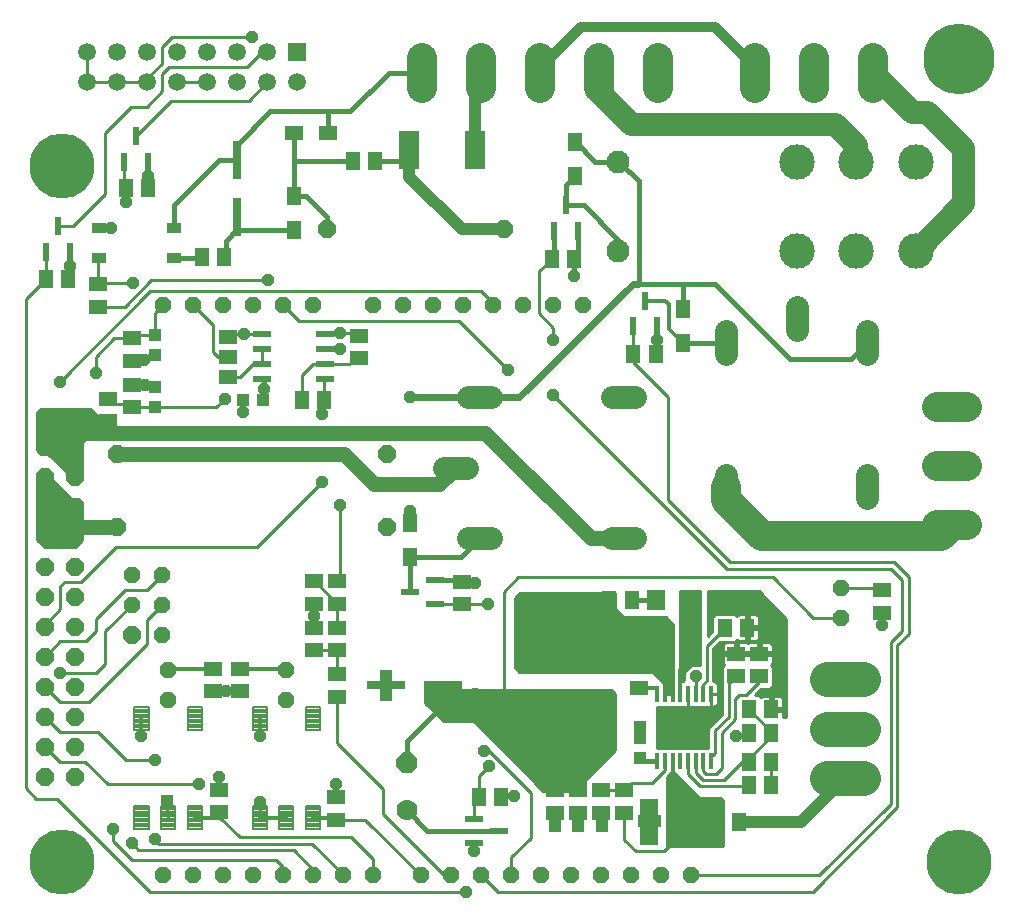
<source format=gtl>
G75*
G70*
%OFA0B0*%
%FSLAX24Y24*%
%IPPOS*%
%LPD*%
%AMOC8*
5,1,8,0,0,1.08239X$1,22.5*
%
%ADD10OC8,0.0594*%
%ADD11R,0.1280X0.0300*%
%ADD12R,0.0591X0.0512*%
%ADD13R,0.0512X0.0591*%
%ADD14R,0.0394X0.0433*%
%ADD15R,0.0551X0.0551*%
%ADD16R,0.0630X0.0709*%
%ADD17R,0.0630X0.0710*%
%ADD18R,0.0140X0.0560*%
%ADD19OC8,0.0554*%
%ADD20OC8,0.0600*%
%ADD21C,0.0780*%
%ADD22R,0.0610X0.0236*%
%ADD23R,0.0600X0.0220*%
%ADD24C,0.0700*%
%ADD25OC8,0.0700*%
%ADD26C,0.1181*%
%ADD27C,0.1000*%
%ADD28R,0.0433X0.0394*%
%ADD29C,0.0083*%
%ADD30R,0.0472X0.0591*%
%ADD31R,0.0220X0.0600*%
%ADD32R,0.2165X0.1969*%
%ADD33OC8,0.0520*%
%ADD34C,0.1181*%
%ADD35C,0.0768*%
%ADD36R,0.0594X0.0594*%
%ADD37C,0.0594*%
%ADD38R,0.0500X0.0350*%
%ADD39R,0.0591X0.0472*%
%ADD40R,0.0709X0.1260*%
%ADD41R,0.0300X0.1280*%
%ADD42R,0.0396X0.0396*%
%ADD43C,0.0120*%
%ADD44C,0.0100*%
%ADD45OC8,0.0396*%
%ADD46C,0.0160*%
%ADD47C,0.0240*%
%ADD48C,0.0500*%
%ADD49C,0.2165*%
%ADD50C,0.0400*%
%ADD51C,0.0140*%
%ADD52C,0.2362*%
%ADD53C,0.0760*%
%ADD54C,0.0320*%
D10*
X006481Y007307D03*
X007481Y007307D03*
X007481Y008307D03*
X006481Y008307D03*
X006481Y009307D03*
X007481Y009307D03*
X007481Y010307D03*
X006481Y010307D03*
X006481Y011307D03*
X007481Y011307D03*
X007481Y012307D03*
X006481Y012307D03*
X006481Y013307D03*
X007481Y013307D03*
X007481Y014307D03*
X006481Y014307D03*
X006481Y015307D03*
X007481Y015307D03*
X007481Y016307D03*
X006481Y016307D03*
X006481Y017307D03*
X007481Y017307D03*
X007481Y018307D03*
X006481Y018307D03*
X006481Y019307D03*
X007481Y019307D03*
D11*
X017856Y010357D03*
X019756Y010357D03*
D12*
X020381Y013058D03*
X020381Y013806D03*
X016231Y013831D03*
X015456Y013831D03*
X015456Y013083D03*
X016231Y013083D03*
X016231Y012281D03*
X016231Y011533D03*
X015456Y011533D03*
X015456Y012281D03*
X016231Y010731D03*
X016231Y009983D03*
X013004Y010168D03*
X013004Y010916D03*
X012088Y010916D03*
X012088Y010168D03*
X012306Y006881D03*
X012306Y006133D03*
X016206Y005883D03*
X016206Y006631D03*
X023481Y006856D03*
X024256Y006856D03*
X024256Y006108D03*
X023481Y006108D03*
X025031Y006108D03*
X025031Y006856D03*
X025806Y006856D03*
X025806Y006108D03*
X026281Y010283D03*
X026281Y011031D03*
X029531Y010658D03*
X029531Y011406D03*
X030306Y011406D03*
X030306Y010658D03*
X034381Y012783D03*
X034381Y013531D03*
X016956Y021258D03*
X016956Y022006D03*
X012606Y021977D03*
X012606Y021307D03*
X012606Y020638D03*
X009381Y020381D03*
X009381Y019633D03*
X008581Y019906D03*
X008581Y019158D03*
X009381Y021183D03*
X009381Y021931D03*
X008256Y022983D03*
X008256Y023731D03*
D13*
X007280Y023907D03*
X006532Y023907D03*
X009182Y026932D03*
X009930Y026932D03*
X011732Y024632D03*
X012480Y024632D03*
X016757Y027832D03*
X017505Y027832D03*
X023382Y024582D03*
X024130Y024582D03*
X026107Y021407D03*
X026855Y021407D03*
X026055Y013207D03*
X025307Y013207D03*
X029157Y012282D03*
X029905Y012282D03*
X029957Y009557D03*
X030705Y009557D03*
X030705Y008782D03*
X029957Y008782D03*
X029957Y007807D03*
X030705Y007807D03*
X030705Y007032D03*
X029957Y007032D03*
X029630Y005807D03*
X028882Y005807D03*
X021705Y006632D03*
X020957Y006632D03*
X015805Y019857D03*
X015057Y019857D03*
D14*
X010156Y019623D03*
X010156Y020292D03*
X010156Y021373D03*
X010156Y022042D03*
X026331Y008592D03*
X026331Y007923D03*
D15*
X026458Y011907D03*
X027954Y011907D03*
D16*
X027732Y006232D03*
X027732Y005357D03*
X026629Y005357D03*
X026629Y006232D03*
D17*
X026871Y013207D03*
X027990Y013207D03*
D18*
X027936Y010077D03*
X028186Y010077D03*
X028446Y010077D03*
X028706Y010077D03*
X027676Y010077D03*
X027426Y010077D03*
X027166Y010077D03*
X026906Y010077D03*
X026906Y007837D03*
X027166Y007837D03*
X027426Y007837D03*
X027676Y007837D03*
X027936Y007837D03*
X028186Y007837D03*
X028446Y007837D03*
X028706Y007837D03*
D19*
X028031Y004032D03*
X027031Y004032D03*
X026031Y004032D03*
X025031Y004032D03*
X024031Y004032D03*
X023031Y004032D03*
X022031Y004032D03*
X021031Y004032D03*
X020031Y004032D03*
X019031Y004032D03*
X017431Y004032D03*
X016431Y004032D03*
X015431Y004032D03*
X014431Y004032D03*
X013431Y004032D03*
X012431Y004032D03*
X011431Y004032D03*
X010431Y004032D03*
X010381Y012032D03*
X010381Y013032D03*
X009381Y013032D03*
X009381Y014032D03*
X010381Y014032D03*
X010431Y023032D03*
X011431Y023032D03*
X012431Y023032D03*
X013431Y023032D03*
X014431Y023032D03*
X015431Y023032D03*
X017431Y023032D03*
X018431Y023032D03*
X019431Y023032D03*
X020431Y023032D03*
X021431Y023032D03*
X022431Y023032D03*
X023431Y023032D03*
X024431Y023032D03*
D20*
X021781Y025557D03*
X015881Y025557D03*
X017906Y018057D03*
X017906Y015632D03*
X009381Y012032D03*
X008906Y015632D03*
X008906Y018057D03*
D21*
X019791Y017607D02*
X020571Y017607D01*
X020591Y015257D02*
X021371Y015257D01*
X025391Y015257D02*
X026171Y015257D01*
X029206Y016592D02*
X029206Y017372D01*
X026171Y019957D02*
X025391Y019957D01*
X021371Y019957D02*
X020591Y019957D01*
X029206Y021392D02*
X029206Y022172D01*
X031556Y022192D02*
X031556Y022972D01*
X033906Y022172D02*
X033906Y021392D01*
X033906Y017372D02*
X033906Y016592D01*
D22*
X015844Y020584D03*
X015844Y021084D03*
X015844Y021584D03*
X015844Y022084D03*
X013718Y022084D03*
X013718Y021584D03*
X013718Y021084D03*
X013718Y020584D03*
D23*
X019506Y013857D03*
X018656Y013457D03*
X019506Y013057D03*
X020781Y005907D03*
X020781Y005107D03*
X021631Y005507D03*
D24*
X018556Y006195D03*
D25*
X018556Y007770D03*
D26*
X032577Y007262D02*
X033759Y007262D01*
X033759Y008916D02*
X032577Y008916D01*
X032577Y010569D02*
X033759Y010569D01*
D27*
X036356Y015332D02*
X030406Y015332D01*
X029206Y016532D01*
X029206Y016982D01*
X036231Y017676D02*
X037231Y017676D01*
X037231Y019644D02*
X036231Y019644D01*
X036231Y015707D02*
X037231Y015707D01*
X036731Y015707D02*
X036356Y015332D01*
X034106Y030282D02*
X034106Y031282D01*
X032137Y031282D02*
X032137Y030282D01*
X030169Y030282D02*
X030169Y031282D01*
X026931Y031282D02*
X026931Y030282D01*
X024962Y030282D02*
X024962Y031282D01*
X022994Y031282D02*
X022994Y030282D01*
X021025Y030282D02*
X021025Y031282D01*
X019057Y031282D02*
X019057Y030282D01*
D28*
X013765Y019857D03*
X013096Y019857D03*
D29*
X013884Y009631D02*
X013884Y008887D01*
X013416Y008887D01*
X013416Y009631D01*
X013884Y009631D01*
X013884Y008969D02*
X013416Y008969D01*
X013416Y009051D02*
X013884Y009051D01*
X013884Y009133D02*
X013416Y009133D01*
X013416Y009215D02*
X013884Y009215D01*
X013884Y009297D02*
X013416Y009297D01*
X013416Y009379D02*
X013884Y009379D01*
X013884Y009461D02*
X013416Y009461D01*
X013416Y009543D02*
X013884Y009543D01*
X013884Y009625D02*
X013416Y009625D01*
X015656Y009631D02*
X015656Y008887D01*
X015188Y008887D01*
X015188Y009631D01*
X015656Y009631D01*
X015656Y008969D02*
X015188Y008969D01*
X015188Y009051D02*
X015656Y009051D01*
X015656Y009133D02*
X015188Y009133D01*
X015188Y009215D02*
X015656Y009215D01*
X015656Y009297D02*
X015188Y009297D01*
X015188Y009379D02*
X015656Y009379D01*
X015656Y009461D02*
X015188Y009461D01*
X015188Y009543D02*
X015656Y009543D01*
X015656Y009625D02*
X015188Y009625D01*
X011719Y009631D02*
X011719Y008887D01*
X011251Y008887D01*
X011251Y009631D01*
X011719Y009631D01*
X011719Y008969D02*
X011251Y008969D01*
X011251Y009051D02*
X011719Y009051D01*
X011719Y009133D02*
X011251Y009133D01*
X011251Y009215D02*
X011719Y009215D01*
X011719Y009297D02*
X011251Y009297D01*
X011251Y009379D02*
X011719Y009379D01*
X011719Y009461D02*
X011251Y009461D01*
X011251Y009543D02*
X011719Y009543D01*
X011719Y009625D02*
X011251Y009625D01*
X009947Y009631D02*
X009947Y008887D01*
X009479Y008887D01*
X009479Y009631D01*
X009947Y009631D01*
X009947Y008969D02*
X009479Y008969D01*
X009479Y009051D02*
X009947Y009051D01*
X009947Y009133D02*
X009479Y009133D01*
X009479Y009215D02*
X009947Y009215D01*
X009947Y009297D02*
X009479Y009297D01*
X009479Y009379D02*
X009947Y009379D01*
X009947Y009461D02*
X009479Y009461D01*
X009479Y009543D02*
X009947Y009543D01*
X009947Y009625D02*
X009479Y009625D01*
X009947Y006324D02*
X009947Y005580D01*
X009479Y005580D01*
X009479Y006324D01*
X009947Y006324D01*
X009947Y005662D02*
X009479Y005662D01*
X009479Y005744D02*
X009947Y005744D01*
X009947Y005826D02*
X009479Y005826D01*
X009479Y005908D02*
X009947Y005908D01*
X009947Y005990D02*
X009479Y005990D01*
X009479Y006072D02*
X009947Y006072D01*
X009947Y006154D02*
X009479Y006154D01*
X009479Y006236D02*
X009947Y006236D01*
X009947Y006318D02*
X009479Y006318D01*
X010833Y006324D02*
X010833Y005580D01*
X010365Y005580D01*
X010365Y006324D01*
X010833Y006324D01*
X010833Y005662D02*
X010365Y005662D01*
X010365Y005744D02*
X010833Y005744D01*
X010833Y005826D02*
X010365Y005826D01*
X010365Y005908D02*
X010833Y005908D01*
X010833Y005990D02*
X010365Y005990D01*
X010365Y006072D02*
X010833Y006072D01*
X010833Y006154D02*
X010365Y006154D01*
X010365Y006236D02*
X010833Y006236D01*
X010833Y006318D02*
X010365Y006318D01*
X011719Y006324D02*
X011719Y005580D01*
X011251Y005580D01*
X011251Y006324D01*
X011719Y006324D01*
X011719Y005662D02*
X011251Y005662D01*
X011251Y005744D02*
X011719Y005744D01*
X011719Y005826D02*
X011251Y005826D01*
X011251Y005908D02*
X011719Y005908D01*
X011719Y005990D02*
X011251Y005990D01*
X011251Y006072D02*
X011719Y006072D01*
X011719Y006154D02*
X011251Y006154D01*
X011251Y006236D02*
X011719Y006236D01*
X011719Y006318D02*
X011251Y006318D01*
X013884Y006324D02*
X013884Y005580D01*
X013416Y005580D01*
X013416Y006324D01*
X013884Y006324D01*
X013884Y005662D02*
X013416Y005662D01*
X013416Y005744D02*
X013884Y005744D01*
X013884Y005826D02*
X013416Y005826D01*
X013416Y005908D02*
X013884Y005908D01*
X013884Y005990D02*
X013416Y005990D01*
X013416Y006072D02*
X013884Y006072D01*
X013884Y006154D02*
X013416Y006154D01*
X013416Y006236D02*
X013884Y006236D01*
X013884Y006318D02*
X013416Y006318D01*
X014770Y006324D02*
X014770Y005580D01*
X014302Y005580D01*
X014302Y006324D01*
X014770Y006324D01*
X014770Y005662D02*
X014302Y005662D01*
X014302Y005744D02*
X014770Y005744D01*
X014770Y005826D02*
X014302Y005826D01*
X014302Y005908D02*
X014770Y005908D01*
X014770Y005990D02*
X014302Y005990D01*
X014302Y006072D02*
X014770Y006072D01*
X014770Y006154D02*
X014302Y006154D01*
X014302Y006236D02*
X014770Y006236D01*
X014770Y006318D02*
X014302Y006318D01*
X015656Y006324D02*
X015656Y005580D01*
X015188Y005580D01*
X015188Y006324D01*
X015656Y006324D01*
X015656Y005662D02*
X015188Y005662D01*
X015188Y005744D02*
X015656Y005744D01*
X015656Y005826D02*
X015188Y005826D01*
X015188Y005908D02*
X015656Y005908D01*
X015656Y005990D02*
X015188Y005990D01*
X015188Y006072D02*
X015656Y006072D01*
X015656Y006154D02*
X015188Y006154D01*
X015188Y006236D02*
X015656Y006236D01*
X015656Y006318D02*
X015188Y006318D01*
D30*
X018656Y014636D03*
X018656Y015778D03*
X027756Y021761D03*
X027756Y022903D03*
X024156Y027336D03*
X024156Y028478D03*
X014781Y026678D03*
X014781Y025536D03*
D31*
X009931Y027807D03*
X009131Y027807D03*
X009531Y028657D03*
X006931Y025657D03*
X007331Y024807D03*
X006531Y024807D03*
X023456Y025507D03*
X024256Y025507D03*
X023856Y026357D03*
X026506Y023182D03*
X026906Y022332D03*
X026106Y022332D03*
D32*
X023206Y012056D03*
X023206Y008709D03*
D33*
X014536Y009862D03*
X014536Y010862D03*
X010599Y010862D03*
X010599Y009862D03*
X033040Y012618D03*
X033040Y013618D03*
D34*
X033532Y024844D03*
X035516Y024844D03*
X035516Y027820D03*
X033532Y027820D03*
X031548Y027820D03*
X031548Y024844D03*
D35*
X025595Y024844D03*
X025595Y027820D03*
D36*
X014906Y031457D03*
D37*
X013906Y031457D03*
X013906Y030457D03*
X014906Y030457D03*
X012906Y030457D03*
X011906Y030457D03*
X010906Y030457D03*
X010906Y031457D03*
X011906Y031457D03*
X012906Y031457D03*
X009906Y031457D03*
X008906Y031457D03*
X008906Y030457D03*
X009906Y030457D03*
X007906Y030457D03*
X007906Y031457D03*
D38*
X008281Y025607D03*
X008281Y024607D03*
X010781Y024607D03*
X010781Y025607D03*
D39*
X014785Y028757D03*
X015926Y028757D03*
D40*
X018628Y028207D03*
X020833Y028207D03*
D41*
X012881Y027882D03*
X012881Y025982D03*
D42*
X017856Y010682D03*
X017856Y010032D03*
X023491Y005682D03*
X024266Y005682D03*
X025056Y005682D03*
X026471Y005832D03*
X026846Y005832D03*
X027456Y008457D03*
X027931Y008457D03*
X028406Y008457D03*
X028406Y008957D03*
X027931Y008957D03*
X027456Y008957D03*
X027456Y009457D03*
X027931Y009457D03*
X028406Y009457D03*
X026331Y008982D03*
X010556Y006507D03*
D43*
X011485Y005952D02*
X012236Y005952D01*
X012306Y006133D01*
X012306Y006881D02*
X012306Y007307D01*
X013650Y005952D02*
X014536Y005952D01*
X015422Y005952D02*
X016136Y005952D01*
X016206Y005883D01*
X016206Y006631D02*
X016206Y007057D01*
X013656Y008682D02*
X013656Y009254D01*
X013650Y009259D01*
X013004Y010168D02*
X012990Y010182D01*
X012531Y010182D01*
X012102Y010182D01*
X012088Y010168D01*
X012088Y010916D02*
X010653Y010916D01*
X010599Y010862D01*
X009713Y009259D02*
X009706Y009252D01*
X009706Y008682D01*
X013004Y010916D02*
X014481Y010916D01*
X014536Y010862D01*
X026331Y008982D02*
X026331Y008592D01*
X029531Y010582D02*
X029755Y010582D01*
X029531Y010658D01*
X027756Y021761D02*
X027281Y022236D01*
X027281Y023057D01*
X027156Y023182D01*
X026506Y023182D01*
D44*
X026906Y022332D02*
X026906Y021882D01*
X026906Y021458D01*
X026855Y021407D01*
X026107Y021407D02*
X026107Y021131D01*
X027256Y019982D01*
X027256Y016532D01*
X029331Y014457D01*
X034806Y014457D01*
X035281Y013982D01*
X035281Y012082D01*
X034906Y011707D01*
X034906Y006307D01*
X032081Y003482D01*
X021581Y003482D01*
X021031Y004032D01*
X020531Y003482D02*
X010006Y003482D01*
X006906Y006582D01*
X006206Y006582D01*
X005856Y006932D01*
X005856Y023231D01*
X006532Y023907D01*
X006531Y023908D01*
X006531Y024807D01*
X007331Y024782D02*
X007331Y024807D01*
X007331Y024782D02*
X007356Y024807D01*
X007331Y024782D02*
X007331Y024332D01*
X007331Y023958D01*
X007280Y023907D01*
X008256Y023731D02*
X008256Y024582D01*
X008281Y024607D01*
X008282Y023757D02*
X008256Y023731D01*
X008282Y023757D02*
X009431Y023757D01*
X010031Y023857D02*
X013931Y023857D01*
X014431Y023032D02*
X014956Y022507D01*
X020306Y022507D01*
X021931Y020882D01*
X023431Y020032D02*
X029231Y014232D01*
X034706Y014232D01*
X035056Y013882D01*
X035056Y012182D01*
X034681Y011807D01*
X034681Y006407D01*
X032306Y004032D01*
X028031Y004032D01*
X027131Y004832D02*
X027656Y005357D01*
X027732Y005357D01*
X027231Y005349D02*
X029106Y005349D01*
X029106Y005447D02*
X027231Y005447D01*
X027231Y005546D02*
X029106Y005546D01*
X029106Y005644D02*
X027231Y005644D01*
X027231Y005743D02*
X029106Y005743D01*
X029106Y005841D02*
X027231Y005841D01*
X027231Y005940D02*
X029106Y005940D01*
X029106Y006038D02*
X027231Y006038D01*
X027231Y006137D02*
X029106Y006137D01*
X029106Y006235D02*
X027231Y006235D01*
X027231Y006334D02*
X029106Y006334D01*
X029106Y006432D02*
X027231Y006432D01*
X027231Y006531D02*
X029082Y006531D01*
X029106Y006507D02*
X029106Y005007D01*
X027231Y005007D01*
X027231Y007296D01*
X027367Y007432D01*
X027381Y007432D01*
X027381Y007446D01*
X027386Y007451D01*
X027386Y007467D01*
X027406Y007487D01*
X027406Y007832D01*
X027436Y007832D01*
X027436Y007487D01*
X027456Y007467D01*
X027456Y007432D01*
X028281Y006607D01*
X029006Y006607D01*
X029106Y006507D01*
X029131Y007207D02*
X028431Y007207D01*
X028186Y007452D01*
X028186Y007837D01*
X027936Y007837D02*
X027936Y007402D01*
X028331Y007007D01*
X029931Y007007D01*
X029956Y007032D01*
X030705Y007032D02*
X030705Y007807D01*
X029957Y007807D02*
X029957Y007908D01*
X030606Y008557D01*
X030606Y008731D01*
X030705Y008782D01*
X030705Y008808D01*
X029957Y009556D01*
X029957Y009557D01*
X029856Y010032D02*
X029631Y010032D01*
X029506Y009907D01*
X029506Y009232D01*
X029056Y008782D01*
X029056Y007607D01*
X028856Y007407D01*
X028531Y007407D01*
X028446Y007492D01*
X028446Y007837D01*
X028706Y007837D02*
X028706Y008032D01*
X028756Y008032D01*
X028831Y008107D01*
X028831Y008857D01*
X029281Y009307D01*
X029281Y010433D01*
X029531Y010658D01*
X029065Y010668D02*
X028776Y010668D01*
X028776Y010766D02*
X029065Y010766D01*
X029065Y010865D02*
X028776Y010865D01*
X028776Y010963D02*
X029065Y010963D01*
X029065Y010985D02*
X029065Y010529D01*
X029061Y010524D01*
X029061Y010439D01*
X029056Y010354D01*
X029061Y010349D01*
X029061Y009398D01*
X028611Y008948D01*
X028611Y008287D01*
X026881Y008287D01*
X026881Y009627D01*
X027816Y009627D01*
X027838Y009649D01*
X027846Y009647D01*
X027936Y009647D01*
X028025Y009647D01*
X028045Y009627D01*
X028586Y009627D01*
X028608Y009649D01*
X028616Y009647D01*
X028706Y009647D01*
X028795Y009647D01*
X028833Y009658D01*
X028868Y009677D01*
X028896Y009705D01*
X028915Y009739D01*
X028926Y009778D01*
X028926Y010077D01*
X029061Y010077D01*
X029061Y010175D02*
X028926Y010175D01*
X028926Y010077D02*
X028926Y010377D01*
X028915Y010415D01*
X028896Y010449D01*
X028868Y010477D01*
X028833Y010497D01*
X028795Y010507D01*
X028776Y010507D01*
X028776Y011590D01*
X029002Y011817D01*
X029483Y011817D01*
X029545Y011879D01*
X029557Y011867D01*
X029591Y011847D01*
X029629Y011837D01*
X029855Y011837D01*
X029855Y012232D01*
X029955Y012232D01*
X029955Y012332D01*
X030310Y012332D01*
X030310Y012597D01*
X030300Y012635D01*
X030281Y012670D01*
X030253Y012698D01*
X030218Y012717D01*
X030180Y012728D01*
X029955Y012728D01*
X029955Y012332D01*
X029855Y012332D01*
X029855Y012728D01*
X029629Y012728D01*
X029591Y012717D01*
X029557Y012698D01*
X029545Y012686D01*
X029483Y012748D01*
X028830Y012748D01*
X028731Y012648D01*
X028731Y012168D01*
X028581Y012017D01*
X028581Y013507D01*
X030281Y013507D01*
X031206Y012582D01*
X031206Y009307D01*
X031110Y009307D01*
X031110Y009507D01*
X030755Y009507D01*
X030755Y009607D01*
X031110Y009607D01*
X031110Y009872D01*
X031100Y009910D01*
X031081Y009945D01*
X031053Y009973D01*
X031018Y009992D01*
X030980Y010003D01*
X030755Y010003D01*
X030755Y009607D01*
X030655Y009607D01*
X030655Y010003D01*
X030429Y010003D01*
X030391Y009992D01*
X030357Y009973D01*
X030345Y009961D01*
X030283Y010023D01*
X030157Y010023D01*
X030367Y010232D01*
X030671Y010232D01*
X030771Y010332D01*
X030771Y010985D01*
X030709Y011046D01*
X030721Y011058D01*
X030741Y011092D01*
X030751Y011131D01*
X030751Y011356D01*
X030356Y011356D01*
X030356Y011456D01*
X031206Y011456D01*
X031206Y011554D02*
X030751Y011554D01*
X030751Y011456D02*
X030751Y011682D01*
X030741Y011720D01*
X030721Y011754D01*
X030693Y011782D01*
X030659Y011802D01*
X030621Y011812D01*
X030356Y011812D01*
X030356Y011456D01*
X030751Y011456D01*
X030751Y011653D02*
X031206Y011653D01*
X031206Y011751D02*
X030723Y011751D01*
X030356Y011751D02*
X030256Y011751D01*
X030256Y011812D02*
X030256Y011456D01*
X029581Y011456D01*
X030256Y011456D01*
X030356Y011456D01*
X030356Y011554D02*
X030256Y011554D01*
X030256Y011456D02*
X030256Y011356D01*
X029860Y011356D01*
X029581Y011356D01*
X029581Y011456D01*
X029481Y011456D01*
X028776Y011456D01*
X028776Y011554D02*
X029085Y011554D01*
X029085Y011456D02*
X029085Y011682D01*
X029096Y011720D01*
X029115Y011754D01*
X029143Y011782D01*
X029177Y011802D01*
X029216Y011812D01*
X029481Y011812D01*
X029481Y011456D01*
X029481Y011356D01*
X029085Y011356D01*
X029085Y011131D01*
X029096Y011092D01*
X029115Y011058D01*
X029127Y011046D01*
X029065Y010985D01*
X029113Y011062D02*
X028776Y011062D01*
X028776Y011160D02*
X029085Y011160D01*
X029085Y011259D02*
X028776Y011259D01*
X028776Y011357D02*
X029481Y011357D01*
X029481Y011456D02*
X029085Y011456D01*
X029085Y011653D02*
X028838Y011653D01*
X028937Y011751D02*
X029114Y011751D01*
X029481Y011751D02*
X029581Y011751D01*
X029581Y011812D02*
X029581Y011456D01*
X029581Y011554D02*
X029481Y011554D01*
X029481Y011653D02*
X029581Y011653D01*
X029581Y011812D02*
X029846Y011812D01*
X029884Y011802D01*
X029918Y011782D01*
X029918Y011782D01*
X029918Y011782D01*
X029952Y011802D01*
X029991Y011812D01*
X030256Y011812D01*
X030223Y011850D02*
X031206Y011850D01*
X031206Y011948D02*
X030305Y011948D01*
X030300Y011929D02*
X030310Y011967D01*
X030310Y012232D01*
X029955Y012232D01*
X029955Y011837D01*
X030180Y011837D01*
X030218Y011847D01*
X030253Y011867D01*
X030281Y011895D01*
X030300Y011929D01*
X030310Y012047D02*
X031206Y012047D01*
X031206Y012145D02*
X030310Y012145D01*
X030310Y012342D02*
X031206Y012342D01*
X031206Y012244D02*
X029955Y012244D01*
X029955Y012342D02*
X029855Y012342D01*
X029855Y012441D02*
X029955Y012441D01*
X029955Y012539D02*
X029855Y012539D01*
X029855Y012638D02*
X029955Y012638D01*
X030299Y012638D02*
X031150Y012638D01*
X031206Y012539D02*
X030310Y012539D01*
X030310Y012441D02*
X031206Y012441D01*
X031052Y012736D02*
X029494Y012736D01*
X029157Y012282D02*
X028556Y011681D01*
X028556Y010507D01*
X028446Y010397D01*
X028446Y010077D01*
X028706Y010077D02*
X028706Y010077D01*
X028706Y010077D01*
X028926Y010077D01*
X028706Y010077D01*
X028706Y009647D01*
X028706Y010077D01*
X028706Y010077D01*
X028711Y010077D01*
X028706Y009978D02*
X028706Y009978D01*
X028706Y009880D02*
X028706Y009880D01*
X028706Y009781D02*
X028706Y009781D01*
X028706Y009683D02*
X028706Y009683D01*
X028873Y009683D02*
X029061Y009683D01*
X029061Y009781D02*
X028926Y009781D01*
X028926Y009880D02*
X029061Y009880D01*
X029061Y009978D02*
X028926Y009978D01*
X028926Y010274D02*
X029061Y010274D01*
X029057Y010372D02*
X028926Y010372D01*
X028874Y010471D02*
X029061Y010471D01*
X029065Y010569D02*
X028776Y010569D01*
X028186Y010652D02*
X028181Y010657D01*
X028186Y010652D02*
X028186Y010077D01*
X027936Y009807D02*
X027936Y009647D01*
X027936Y009807D01*
X027936Y009807D01*
X027936Y009781D02*
X027936Y009781D01*
X027936Y009683D02*
X027936Y009683D01*
X027431Y010057D02*
X027146Y010057D01*
X027146Y010428D01*
X027046Y010527D01*
X027036Y010527D01*
X026756Y010807D01*
X022306Y010807D01*
X022156Y010957D01*
X022156Y013257D01*
X022331Y013432D01*
X025506Y013432D01*
X025506Y012907D01*
X025781Y012632D01*
X027181Y012632D01*
X027431Y012382D01*
X027431Y010057D01*
X027431Y010077D02*
X027146Y010077D01*
X027146Y010175D02*
X027431Y010175D01*
X027426Y010077D02*
X027426Y011137D01*
X027431Y011160D02*
X022156Y011160D01*
X022156Y011062D02*
X027431Y011062D01*
X027431Y010963D02*
X022156Y010963D01*
X022248Y010865D02*
X027431Y010865D01*
X027431Y010766D02*
X026797Y010766D01*
X026895Y010668D02*
X027431Y010668D01*
X027431Y010569D02*
X026994Y010569D01*
X027102Y010471D02*
X027431Y010471D01*
X027431Y010372D02*
X027146Y010372D01*
X027146Y010274D02*
X027431Y010274D01*
X027656Y010507D02*
X027656Y013507D01*
X028331Y013507D01*
X028331Y011025D01*
X028028Y011025D01*
X027812Y010810D01*
X027812Y010527D01*
X027795Y010527D01*
X027775Y010507D01*
X027656Y010507D01*
X027656Y010569D02*
X027812Y010569D01*
X027812Y010668D02*
X027656Y010668D01*
X027656Y010766D02*
X027812Y010766D01*
X027868Y010865D02*
X027656Y010865D01*
X027656Y010963D02*
X027966Y010963D01*
X027656Y011062D02*
X028331Y011062D01*
X028331Y011160D02*
X027656Y011160D01*
X027656Y011259D02*
X028331Y011259D01*
X028331Y011357D02*
X027656Y011357D01*
X027656Y011456D02*
X028331Y011456D01*
X028331Y011554D02*
X027656Y011554D01*
X027656Y011653D02*
X028331Y011653D01*
X028331Y011751D02*
X027656Y011751D01*
X027656Y011850D02*
X028331Y011850D01*
X028331Y011948D02*
X027656Y011948D01*
X027656Y012047D02*
X028331Y012047D01*
X028331Y012145D02*
X027656Y012145D01*
X027656Y012244D02*
X028331Y012244D01*
X028331Y012342D02*
X027656Y012342D01*
X027656Y012441D02*
X028331Y012441D01*
X028331Y012539D02*
X027656Y012539D01*
X027656Y012638D02*
X028331Y012638D01*
X028331Y012736D02*
X027656Y012736D01*
X027656Y012835D02*
X028331Y012835D01*
X028331Y012933D02*
X027656Y012933D01*
X027656Y013032D02*
X028331Y013032D01*
X028331Y013130D02*
X027656Y013130D01*
X027656Y013229D02*
X028331Y013229D01*
X028331Y013327D02*
X027656Y013327D01*
X027656Y013426D02*
X028331Y013426D01*
X028581Y013426D02*
X030362Y013426D01*
X030461Y013327D02*
X028581Y013327D01*
X028581Y013229D02*
X030559Y013229D01*
X030658Y013130D02*
X028581Y013130D01*
X028581Y013032D02*
X030756Y013032D01*
X030855Y012933D02*
X028581Y012933D01*
X028581Y012835D02*
X030953Y012835D01*
X030756Y013957D02*
X032095Y012618D01*
X033040Y012618D01*
X033040Y013618D02*
X034294Y013618D01*
X034381Y013531D01*
X034381Y012782D02*
X034381Y012382D01*
X031206Y011357D02*
X030356Y011357D01*
X030256Y011357D02*
X029581Y011357D01*
X029586Y011850D02*
X029516Y011850D01*
X029855Y011850D02*
X029955Y011850D01*
X029955Y011948D02*
X029855Y011948D01*
X029855Y012047D02*
X029955Y012047D01*
X029955Y012145D02*
X029855Y012145D01*
X030256Y011653D02*
X030356Y011653D01*
X030751Y011259D02*
X031206Y011259D01*
X031206Y011160D02*
X030751Y011160D01*
X030723Y011062D02*
X031206Y011062D01*
X031206Y010963D02*
X030771Y010963D01*
X030771Y010865D02*
X031206Y010865D01*
X031206Y010766D02*
X030771Y010766D01*
X030771Y010668D02*
X031206Y010668D01*
X031206Y010569D02*
X030771Y010569D01*
X030771Y010471D02*
X031206Y010471D01*
X031206Y010372D02*
X030771Y010372D01*
X030713Y010274D02*
X031206Y010274D01*
X031206Y010175D02*
X030310Y010175D01*
X030211Y010077D02*
X031206Y010077D01*
X031206Y009978D02*
X031043Y009978D01*
X031108Y009880D02*
X031206Y009880D01*
X031206Y009781D02*
X031110Y009781D01*
X031110Y009683D02*
X031206Y009683D01*
X031206Y009584D02*
X030755Y009584D01*
X030755Y009683D02*
X030655Y009683D01*
X030655Y009781D02*
X030755Y009781D01*
X030755Y009880D02*
X030655Y009880D01*
X030655Y009978D02*
X030755Y009978D01*
X030367Y009978D02*
X030327Y009978D01*
X029856Y010032D02*
X030306Y010482D01*
X030306Y010658D01*
X029061Y009584D02*
X026881Y009584D01*
X026881Y009486D02*
X029061Y009486D01*
X029049Y009387D02*
X026881Y009387D01*
X026881Y009289D02*
X028951Y009289D01*
X028852Y009190D02*
X026881Y009190D01*
X026881Y009092D02*
X028754Y009092D01*
X028655Y008993D02*
X026881Y008993D01*
X026881Y008895D02*
X028611Y008895D01*
X028611Y008796D02*
X026881Y008796D01*
X026881Y008698D02*
X028611Y008698D01*
X028611Y008599D02*
X026881Y008599D01*
X026881Y008501D02*
X028611Y008501D01*
X028611Y008402D02*
X026881Y008402D01*
X026881Y008304D02*
X028611Y008304D01*
X029531Y008682D02*
X029956Y008682D01*
X029956Y008782D01*
X030605Y008834D02*
X030705Y008782D01*
X031110Y009387D02*
X031206Y009387D01*
X031206Y009486D02*
X031110Y009486D01*
X029957Y007807D02*
X029731Y007807D01*
X029131Y007207D01*
X028259Y006629D02*
X027231Y006629D01*
X027231Y006728D02*
X028160Y006728D01*
X028062Y006826D02*
X027231Y006826D01*
X027231Y006925D02*
X027963Y006925D01*
X027865Y007023D02*
X027231Y007023D01*
X027231Y007122D02*
X027766Y007122D01*
X027668Y007220D02*
X027231Y007220D01*
X027253Y007319D02*
X027569Y007319D01*
X027471Y007417D02*
X027352Y007417D01*
X027406Y007516D02*
X027436Y007516D01*
X027436Y007614D02*
X027406Y007614D01*
X027406Y007713D02*
X027436Y007713D01*
X027436Y007811D02*
X027406Y007811D01*
X027166Y007837D02*
X027166Y007542D01*
X026731Y007107D01*
X026057Y007107D01*
X025806Y006856D01*
X025031Y006856D01*
X024481Y006832D02*
X024481Y007207D01*
X025481Y008207D01*
X025481Y010082D01*
X025356Y010207D01*
X019156Y010207D01*
X019156Y009782D01*
X019781Y009157D01*
X020781Y009157D01*
X023106Y006832D01*
X024481Y006832D01*
X024481Y006925D02*
X023013Y006925D01*
X022915Y007023D02*
X024481Y007023D01*
X024481Y007122D02*
X022816Y007122D01*
X022718Y007220D02*
X024494Y007220D01*
X024592Y007319D02*
X022619Y007319D01*
X022521Y007417D02*
X024691Y007417D01*
X024789Y007516D02*
X022422Y007516D01*
X022324Y007614D02*
X024888Y007614D01*
X024986Y007713D02*
X022225Y007713D01*
X022127Y007811D02*
X025085Y007811D01*
X025183Y007910D02*
X022028Y007910D01*
X021930Y008008D02*
X025282Y008008D01*
X025380Y008107D02*
X021831Y008107D01*
X021733Y008205D02*
X025479Y008205D01*
X025481Y008304D02*
X021634Y008304D01*
X021536Y008402D02*
X025481Y008402D01*
X025481Y008501D02*
X021437Y008501D01*
X021339Y008599D02*
X025481Y008599D01*
X025481Y008698D02*
X021240Y008698D01*
X021142Y008796D02*
X025481Y008796D01*
X025481Y008895D02*
X021043Y008895D01*
X020945Y008993D02*
X025481Y008993D01*
X025481Y009092D02*
X020846Y009092D01*
X021606Y009782D02*
X021781Y009957D01*
X021781Y013482D01*
X022256Y013957D01*
X030756Y013957D01*
X028819Y012736D02*
X028581Y012736D01*
X028581Y012638D02*
X028731Y012638D01*
X028731Y012539D02*
X028581Y012539D01*
X028581Y012441D02*
X028731Y012441D01*
X028731Y012342D02*
X028581Y012342D01*
X028581Y012244D02*
X028731Y012244D01*
X028708Y012145D02*
X028581Y012145D01*
X028581Y012047D02*
X028610Y012047D01*
X027431Y012047D02*
X022156Y012047D01*
X022156Y012145D02*
X027431Y012145D01*
X027431Y012244D02*
X022156Y012244D01*
X022156Y012342D02*
X027431Y012342D01*
X027372Y012441D02*
X022156Y012441D01*
X022156Y012539D02*
X027274Y012539D01*
X027431Y011948D02*
X022156Y011948D01*
X022156Y011850D02*
X027431Y011850D01*
X027431Y011751D02*
X022156Y011751D01*
X022156Y011653D02*
X027431Y011653D01*
X027431Y011554D02*
X022156Y011554D01*
X022156Y011456D02*
X027431Y011456D01*
X027431Y011357D02*
X022156Y011357D01*
X022156Y011259D02*
X027431Y011259D01*
X025775Y012638D02*
X022156Y012638D01*
X022156Y012736D02*
X025677Y012736D01*
X025578Y012835D02*
X022156Y012835D01*
X022156Y012933D02*
X025506Y012933D01*
X025506Y013032D02*
X022156Y013032D01*
X022156Y013130D02*
X025506Y013130D01*
X025506Y013229D02*
X022156Y013229D01*
X022226Y013327D02*
X025506Y013327D01*
X025506Y013426D02*
X022324Y013426D01*
X021256Y013057D02*
X020382Y013057D01*
X020381Y013058D01*
X019507Y013058D01*
X019506Y013057D01*
X016331Y013931D02*
X016231Y013831D01*
X016331Y013931D02*
X016331Y016357D01*
X015731Y017132D02*
X013556Y014957D01*
X008856Y014957D01*
X007706Y013807D01*
X007156Y013807D01*
X007006Y013657D01*
X007006Y012907D01*
X006481Y012382D01*
X006481Y012307D01*
X007006Y011832D02*
X007856Y011832D01*
X008206Y012182D01*
X008206Y012582D01*
X009156Y013532D01*
X009881Y013532D01*
X010381Y014032D01*
X010381Y013032D02*
X009881Y012532D01*
X009881Y011732D01*
X007956Y009807D01*
X006981Y009807D01*
X006481Y010307D01*
X006981Y010782D02*
X008206Y010782D01*
X008506Y011082D01*
X008506Y012157D01*
X009381Y013032D01*
X007006Y011832D02*
X006481Y011307D01*
X006481Y009307D02*
X006981Y008807D01*
X008256Y008807D01*
X009206Y007857D01*
X010156Y007857D01*
X011631Y007057D02*
X008581Y007057D01*
X007831Y007807D01*
X006981Y007807D01*
X006481Y008307D01*
X008756Y005557D02*
X008756Y005182D01*
X009406Y004532D01*
X014206Y004532D01*
X014431Y004307D01*
X014431Y004032D01*
X014781Y004857D02*
X009606Y004857D01*
X009381Y005107D01*
X010156Y005232D02*
X010306Y005082D01*
X015406Y005082D01*
X016431Y004057D01*
X016431Y004032D01*
X017431Y004032D02*
X017431Y004557D01*
X016681Y005307D01*
X012981Y005307D01*
X012335Y005952D01*
X012236Y005952D01*
X013650Y005952D02*
X013656Y005958D01*
X013656Y006482D01*
X014781Y004857D02*
X015431Y004207D01*
X015431Y004032D01*
X016206Y005883D02*
X017180Y005883D01*
X019031Y004032D01*
X019781Y004032D02*
X020031Y004032D01*
X019781Y004032D02*
X017756Y006057D01*
X017756Y006907D01*
X016231Y008432D01*
X016231Y009983D01*
X016231Y010731D02*
X016231Y011533D01*
X015456Y011533D01*
X015456Y012281D02*
X015456Y012682D01*
X015456Y013083D01*
X015482Y013831D02*
X016230Y013083D01*
X016231Y013083D01*
X016231Y012281D01*
X015482Y013831D02*
X015456Y013831D01*
X018656Y015778D02*
X018656Y016182D01*
X015731Y019407D02*
X015731Y019782D01*
X015806Y019857D01*
X015806Y019858D02*
X015805Y019857D01*
X015806Y019858D02*
X015806Y020546D01*
X015844Y020584D01*
X015842Y021082D02*
X015431Y021082D01*
X015057Y020708D01*
X015057Y019857D01*
X015842Y021082D02*
X015844Y021084D01*
X016632Y021084D01*
X016956Y021258D01*
X016331Y021582D02*
X015846Y021582D01*
X015844Y021584D01*
X015844Y022084D02*
X016308Y022084D01*
X016331Y022107D01*
X016755Y022107D01*
X016956Y022006D01*
X013706Y022082D02*
X013704Y022084D01*
X013131Y022084D01*
X012713Y022084D01*
X012606Y021977D01*
X012081Y022382D02*
X012081Y021482D01*
X012256Y021307D01*
X012606Y021307D01*
X012606Y020638D02*
X012986Y020638D01*
X013431Y021082D01*
X013716Y021082D01*
X013718Y021084D01*
X013718Y021584D01*
X012081Y022382D02*
X011431Y023032D01*
X010431Y023032D02*
X010156Y022757D01*
X010156Y022042D01*
X009491Y022042D01*
X009381Y021931D01*
X008805Y021931D01*
X008181Y021307D01*
X008181Y020782D01*
X008581Y019906D02*
X008581Y019882D01*
X008731Y019732D01*
X009282Y019732D01*
X009381Y019633D01*
X010145Y019633D01*
X010156Y019623D01*
X012196Y019623D01*
X012481Y019907D01*
X013096Y019857D02*
X013096Y019492D01*
X013106Y019482D01*
X010156Y020292D02*
X010065Y020382D01*
X009831Y020382D01*
X009830Y020381D01*
X009381Y020381D01*
X009381Y021183D02*
X009782Y021183D01*
X009806Y021207D01*
X009971Y021373D01*
X010156Y021373D01*
X009157Y022983D02*
X008256Y022983D01*
X009157Y022983D02*
X010031Y023857D01*
X010006Y023507D02*
X006981Y020482D01*
X006356Y019582D02*
X006231Y019457D01*
X006231Y018207D01*
X006356Y018082D01*
X006606Y018082D01*
X007231Y017457D01*
X007231Y017332D01*
X007731Y017332D01*
X007731Y018457D01*
X008231Y018957D01*
X008731Y018957D01*
X008731Y019332D01*
X008231Y019332D01*
X007981Y019582D01*
X006356Y019582D01*
X006306Y019533D02*
X008030Y019533D01*
X008129Y019434D02*
X006231Y019434D01*
X006231Y019336D02*
X008227Y019336D01*
X008215Y018942D02*
X006231Y018942D01*
X006231Y019040D02*
X008731Y019040D01*
X008731Y019139D02*
X006231Y019139D01*
X006231Y019237D02*
X008731Y019237D01*
X008117Y018843D02*
X006231Y018843D01*
X006231Y018745D02*
X008018Y018745D01*
X007920Y018646D02*
X006231Y018646D01*
X006231Y018548D02*
X007821Y018548D01*
X007731Y018449D02*
X006231Y018449D01*
X006231Y018351D02*
X007731Y018351D01*
X007731Y018252D02*
X006231Y018252D01*
X006284Y018154D02*
X007731Y018154D01*
X007731Y018055D02*
X006633Y018055D01*
X006731Y017957D02*
X007731Y017957D01*
X007731Y017858D02*
X006830Y017858D01*
X006928Y017760D02*
X007731Y017760D01*
X007731Y017661D02*
X007027Y017661D01*
X007125Y017563D02*
X007731Y017563D01*
X007731Y017464D02*
X007224Y017464D01*
X007231Y017366D02*
X007731Y017366D01*
X007606Y016582D02*
X007356Y016582D01*
X006731Y017207D01*
X006731Y017332D01*
X006231Y017332D01*
X006231Y015207D01*
X006481Y014957D01*
X007481Y014957D01*
X007731Y015207D01*
X007731Y016457D01*
X007606Y016582D01*
X007610Y016578D02*
X006231Y016578D01*
X006231Y016676D02*
X007262Y016676D01*
X007163Y016775D02*
X006231Y016775D01*
X006231Y016873D02*
X007065Y016873D01*
X006966Y016972D02*
X006231Y016972D01*
X006231Y017070D02*
X006868Y017070D01*
X006769Y017169D02*
X006231Y017169D01*
X006231Y017267D02*
X006731Y017267D01*
X006231Y016479D02*
X007709Y016479D01*
X007731Y016381D02*
X006231Y016381D01*
X006231Y016282D02*
X007731Y016282D01*
X007731Y016184D02*
X006231Y016184D01*
X006231Y016085D02*
X007731Y016085D01*
X007731Y015987D02*
X006231Y015987D01*
X006231Y015888D02*
X007731Y015888D01*
X007731Y015790D02*
X006231Y015790D01*
X006231Y015691D02*
X007731Y015691D01*
X007731Y015593D02*
X006231Y015593D01*
X006231Y015494D02*
X007731Y015494D01*
X007731Y015396D02*
X006231Y015396D01*
X006231Y015297D02*
X007731Y015297D01*
X007722Y015199D02*
X006239Y015199D01*
X006338Y015100D02*
X007624Y015100D01*
X007525Y015002D02*
X006436Y015002D01*
X010006Y023507D02*
X021031Y023507D01*
X021431Y023107D01*
X021431Y023032D01*
X022956Y022757D02*
X022956Y024156D01*
X023382Y024582D01*
X022956Y022757D02*
X023431Y022282D01*
X023431Y021857D01*
X026106Y021408D02*
X026107Y021407D01*
X026106Y021408D02*
X026106Y022332D01*
X013906Y030457D02*
X013281Y029832D01*
X010706Y029832D01*
X009531Y028657D01*
X009356Y029632D02*
X008506Y028782D01*
X008506Y026732D01*
X007431Y025657D01*
X006931Y025657D01*
X008281Y025607D02*
X008681Y025607D01*
X009181Y026482D02*
X009181Y026907D01*
X009182Y026932D02*
X009131Y026983D01*
X009131Y027807D01*
X009931Y027807D02*
X009931Y027332D01*
X009931Y026933D01*
X009930Y026932D01*
X009881Y029632D02*
X009356Y029632D01*
X009881Y029632D02*
X010406Y030157D01*
X010406Y030732D01*
X010631Y030957D01*
X013231Y030957D01*
X013731Y031457D01*
X013906Y031457D01*
X013406Y031982D02*
X010731Y031982D01*
X010381Y031632D01*
X010381Y031082D01*
X009906Y030607D01*
X009906Y030457D01*
X008906Y030457D01*
X007906Y030457D01*
X007906Y031457D01*
X010906Y030457D02*
X011906Y030457D01*
X017856Y010357D02*
X017856Y010032D01*
X019156Y010077D02*
X025481Y010077D01*
X025481Y009978D02*
X019156Y009978D01*
X019156Y009880D02*
X025481Y009880D01*
X025481Y009781D02*
X019157Y009781D01*
X019255Y009683D02*
X025481Y009683D01*
X025481Y009584D02*
X019354Y009584D01*
X019452Y009486D02*
X025481Y009486D01*
X025481Y009387D02*
X019551Y009387D01*
X019649Y009289D02*
X025481Y009289D01*
X025481Y009190D02*
X019748Y009190D01*
X019156Y010175D02*
X025388Y010175D01*
X022681Y006782D02*
X021281Y008182D01*
X021131Y008182D01*
X021281Y007657D02*
X020956Y007332D01*
X020956Y006633D01*
X020957Y006632D01*
X020956Y006632D02*
X020781Y006457D01*
X020781Y005907D01*
X020781Y005107D02*
X020781Y004832D01*
X022031Y004632D02*
X022031Y004032D01*
X022031Y004632D02*
X022681Y005282D01*
X022681Y006782D01*
X022131Y006657D02*
X022106Y006632D01*
X021705Y006632D01*
X023481Y006108D02*
X023481Y005747D01*
X023491Y005682D01*
X024256Y005722D02*
X024256Y006108D01*
X024256Y005722D02*
X024266Y005682D01*
X025031Y005707D02*
X025031Y006108D01*
X025031Y005707D02*
X025056Y005682D01*
X025806Y006108D02*
X025806Y005207D01*
X026181Y004832D01*
X027131Y004832D01*
X027231Y005053D02*
X029106Y005053D01*
X029106Y005152D02*
X027231Y005152D01*
X027231Y005250D02*
X029106Y005250D01*
X027731Y005931D02*
X027732Y006232D01*
X026629Y006232D02*
X026471Y006073D01*
X026471Y005832D01*
X026471Y005516D01*
X026629Y005357D01*
X010599Y005952D02*
X010554Y006157D01*
X010556Y006507D01*
D45*
X011631Y007057D03*
X012306Y007307D03*
X013656Y006482D03*
X016206Y007057D03*
X013656Y008682D03*
X012531Y010182D03*
X009706Y008682D03*
X010156Y007857D03*
X008756Y005557D03*
X009381Y005107D03*
X010156Y005232D03*
X006981Y010782D03*
X015456Y012682D03*
X019331Y010282D03*
X020831Y010057D03*
X021131Y008182D03*
X021281Y007657D03*
X022131Y006657D03*
X020781Y004832D03*
X020531Y003482D03*
X025256Y010032D03*
X028181Y010657D03*
X029531Y008682D03*
X034381Y012382D03*
X023431Y020032D03*
X021931Y020882D03*
X023431Y021857D03*
X024131Y024007D03*
X026906Y021882D03*
X018656Y019957D03*
X016331Y021582D03*
X016331Y022107D03*
X013931Y023857D03*
X013131Y022084D03*
X013781Y020232D03*
X013106Y019482D03*
X012481Y019907D03*
X009831Y020382D03*
X009806Y021207D03*
X008181Y020782D03*
X006981Y020482D03*
X009431Y023757D03*
X008681Y025607D03*
X009181Y026482D03*
X009931Y027332D03*
X007331Y024332D03*
X015731Y019407D03*
X015731Y017132D03*
X016331Y016357D03*
X018656Y016182D03*
X020831Y013782D03*
X021256Y013057D03*
X013406Y031982D03*
D46*
X014006Y029507D02*
X012881Y028382D01*
X012881Y027882D01*
X012281Y027882D01*
X010781Y026382D01*
X010781Y025607D01*
X010781Y024607D02*
X011707Y024607D01*
X011732Y024632D01*
X012480Y024632D02*
X012531Y024632D01*
X012531Y025182D01*
X012906Y025557D01*
X012906Y025957D01*
X012881Y025982D01*
X012906Y025557D02*
X012926Y025536D01*
X014781Y025536D01*
X015881Y025557D02*
X015881Y025982D01*
X015181Y026682D01*
X014785Y026682D01*
X014781Y026678D01*
X014781Y027807D01*
X014806Y027832D01*
X016757Y027832D01*
X017505Y027832D02*
X018553Y027832D01*
X018628Y027907D01*
X016676Y029507D02*
X015906Y029507D01*
X014006Y029507D01*
X014781Y028753D02*
X014785Y028757D01*
X014781Y028753D02*
X014781Y027807D01*
X015926Y028757D02*
X015926Y029486D01*
X015906Y029507D01*
X016676Y029507D02*
X017951Y030782D01*
X019057Y030782D01*
X024156Y028478D02*
X024185Y028478D01*
X024842Y027820D01*
X025595Y027820D01*
X025642Y027820D01*
X026281Y027182D01*
X026281Y023757D01*
X026256Y023732D01*
X027706Y023732D01*
X028831Y023732D01*
X031331Y021232D01*
X033356Y021232D01*
X033906Y021782D01*
X029206Y021782D02*
X029185Y021761D01*
X027756Y021761D01*
X027756Y022903D02*
X027756Y023682D01*
X027706Y023732D01*
X025595Y024844D02*
X025595Y025218D01*
X024456Y026357D01*
X023856Y026357D01*
X023856Y027036D01*
X024156Y027336D01*
X024256Y025507D02*
X024256Y024708D01*
X024130Y024582D01*
X024130Y024133D01*
X024131Y024007D01*
X023456Y024656D02*
X023382Y024582D01*
X023456Y024656D02*
X023456Y025507D01*
X013781Y020521D02*
X013781Y020232D01*
X013781Y019873D01*
X013765Y019857D01*
X013781Y020521D02*
X013718Y020584D01*
X018656Y014636D02*
X018656Y013457D01*
X019506Y013857D02*
X020331Y013857D01*
X020381Y013807D01*
X020381Y013806D02*
X020807Y013806D01*
X020831Y013782D01*
X020360Y014636D02*
X020981Y015257D01*
X020360Y014636D02*
X018656Y014636D01*
X019656Y009607D02*
X018556Y008507D01*
X018556Y007770D01*
X018556Y006195D02*
X019243Y005507D01*
X021631Y005507D01*
X026331Y007832D02*
X026831Y007832D01*
X026871Y013207D02*
X026055Y013207D01*
D47*
X022306Y019957D02*
X020981Y019957D01*
X018656Y019957D01*
X022306Y019957D02*
X026081Y023732D01*
X026256Y023732D01*
D48*
X021156Y018782D02*
X007481Y018782D01*
X008906Y018057D02*
X016456Y018057D01*
X017456Y017057D01*
X019631Y017057D01*
X020181Y017607D01*
X021156Y018782D02*
X024681Y015257D01*
X025781Y015257D01*
X008906Y015632D02*
X007481Y015632D01*
D49*
X007055Y004456D03*
X007055Y027685D03*
X036977Y004456D03*
D50*
X033168Y007262D02*
X031713Y005807D01*
X029630Y005807D01*
X021781Y025557D02*
X020381Y025557D01*
X018628Y027310D01*
X018628Y027907D01*
X018628Y028207D01*
X020833Y028207D02*
X020833Y030590D01*
X021025Y030782D01*
X022994Y030782D02*
X022994Y030945D01*
X030169Y030969D02*
X030169Y030782D01*
D51*
X027856Y011032D02*
X027676Y010877D01*
X027676Y010077D01*
X027166Y010077D02*
X027166Y010792D01*
X026880Y010283D02*
X026906Y010257D01*
X026906Y010077D01*
X026880Y010283D02*
X026281Y010283D01*
X026836Y007837D02*
X026831Y007832D01*
X026836Y007837D02*
X026906Y007837D01*
D52*
X036977Y031228D03*
D53*
X035906Y029457D02*
X035406Y029457D01*
X034106Y030757D01*
X034106Y030782D01*
X035906Y029457D02*
X037106Y028257D01*
X037106Y026433D01*
X035516Y024844D01*
X033532Y027820D02*
X033532Y028381D01*
X032831Y029082D01*
X026031Y029082D01*
X024962Y030151D01*
X024962Y030782D01*
D54*
X024356Y032307D02*
X022994Y030945D01*
X024356Y032307D02*
X028831Y032307D01*
X030169Y030969D01*
M02*

</source>
